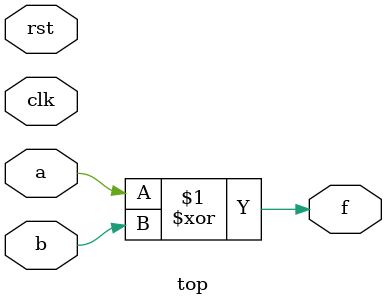
<source format=v>
module top(
	input clk,
	input rst,
	input a,
	input b,
	output f
);
	assign f = a ^ b;
endmodule

</source>
